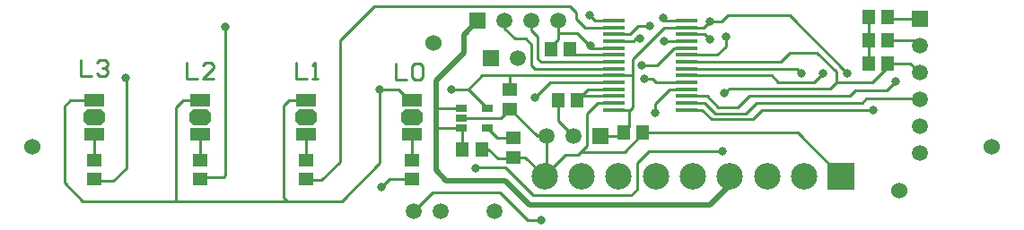
<source format=gtl>
%FSTAX24Y24*%
%MOIN*%
G70*
G01*
G75*
G04 Layer_Physical_Order=1*
G04 Layer_Color=255*
%ADD10R,0.0532X0.0472*%
%ADD11R,0.0728X0.0472*%
%ADD12R,0.0472X0.0532*%
%ADD13R,0.0807X0.0157*%
%ADD14R,0.0433X0.0256*%
%ADD15R,0.0472X0.0551*%
%ADD16R,0.0551X0.0472*%
%ADD17C,0.0100*%
%ADD18C,0.0200*%
G04:AMPARAMS|DCode=19|XSize=78.7mil|YSize=60mil|CornerRadius=0mil|HoleSize=0mil|Usage=FLASHONLY|Rotation=0.000|XOffset=0mil|YOffset=0mil|HoleType=Round|Shape=Octagon|*
%AMOCTAGOND19*
4,1,8,0.0394,-0.0150,0.0394,0.0150,0.0244,0.0300,-0.0244,0.0300,-0.0394,0.0150,-0.0394,-0.0150,-0.0244,-0.0300,0.0244,-0.0300,0.0394,-0.0150,0.0*
%
%ADD19OCTAGOND19*%

%ADD20C,0.0600*%
%ADD21R,0.0591X0.0591*%
%ADD22C,0.0591*%
%ADD23R,0.0591X0.0591*%
%ADD24C,0.0984*%
%ADD25R,0.0984X0.0984*%
%ADD26C,0.0320*%
D10*
X048563Y044104D02*
D03*
Y043395D02*
D03*
X0525Y044104D02*
D03*
Y043395D02*
D03*
X056437Y044104D02*
D03*
Y043395D02*
D03*
X060374Y044104D02*
D03*
Y043395D02*
D03*
D11*
X048563Y045082D02*
D03*
Y046341D02*
D03*
X0525Y045082D02*
D03*
Y046341D02*
D03*
X056437Y045082D02*
D03*
Y046341D02*
D03*
X060374Y045082D02*
D03*
Y046341D02*
D03*
D12*
X065807Y046348D02*
D03*
X066516D02*
D03*
X078052Y049458D02*
D03*
X077343D02*
D03*
X077343Y048592D02*
D03*
X078052D02*
D03*
D13*
X067894Y04931D02*
D03*
Y049054D02*
D03*
Y048798D02*
D03*
Y048543D02*
D03*
Y048287D02*
D03*
Y048031D02*
D03*
Y047775D02*
D03*
Y047519D02*
D03*
Y047263D02*
D03*
Y047007D02*
D03*
Y046751D02*
D03*
Y046495D02*
D03*
Y046239D02*
D03*
Y045983D02*
D03*
X070571Y04931D02*
D03*
Y049054D02*
D03*
Y048798D02*
D03*
Y048543D02*
D03*
Y048287D02*
D03*
Y048031D02*
D03*
Y047775D02*
D03*
Y047519D02*
D03*
Y047263D02*
D03*
Y047007D02*
D03*
Y046751D02*
D03*
Y046495D02*
D03*
Y046239D02*
D03*
Y045983D02*
D03*
D14*
X062225Y046044D02*
D03*
Y04567D02*
D03*
Y045296D02*
D03*
X06317D02*
D03*
Y046044D02*
D03*
D15*
X068957Y045127D02*
D03*
X068248D02*
D03*
X066244Y048244D02*
D03*
X065536D02*
D03*
X078052Y047726D02*
D03*
X077343D02*
D03*
X062965Y044517D02*
D03*
X062256D02*
D03*
D16*
X064138Y044226D02*
D03*
Y044934D02*
D03*
X064016Y046025D02*
D03*
Y046733D02*
D03*
D17*
X055817Y046341D02*
X056437D01*
X055626Y046151D02*
X055817Y046341D01*
X055626Y042698D02*
Y046151D01*
Y042698D02*
X055733Y042592D01*
X048563Y044104D02*
X048563Y044104D01*
X048563Y044104D02*
Y045082D01*
X0525Y044104D02*
X0525Y044104D01*
X0525Y044104D02*
Y045082D01*
X056437Y044104D02*
X056437Y044104D01*
X056437Y044104D02*
Y045082D01*
X060374Y044104D02*
X060374Y044104D01*
X060374Y044104D02*
Y045082D01*
X04815Y042592D02*
X051615D01*
X047469Y043273D02*
X04815Y042592D01*
X047469Y043273D02*
Y046123D01*
X047687Y046341D01*
X055733Y042592D02*
X057776D01*
X051615D02*
X055733D01*
X051615D02*
Y046068D01*
X051888Y046341D01*
X0525D01*
X047687D02*
X048563D01*
X057776Y042592D02*
X059189Y044005D01*
Y046737D01*
X048563Y043395D02*
X048615Y043344D01*
X049284D01*
X049764Y043824D01*
X049756Y047182D02*
X049764Y04719D01*
X0525Y043395D02*
X052567Y043462D01*
X053363D01*
X053433Y043533D01*
Y049088D01*
X056437Y043395D02*
X056469Y043363D01*
X05702D01*
X057713Y044056D01*
Y04856D01*
X058993Y04984D01*
X063851Y043832D02*
X06489Y042793D01*
X068508D02*
X068729Y043013D01*
X06489Y042793D02*
X068508D01*
X069174Y044446D02*
X071906D01*
X068729Y044001D02*
X069174Y044446D01*
X068729Y043013D02*
Y044001D01*
X058993Y04984D02*
X066231D01*
X063823Y049017D02*
X064198Y048642D01*
X064603D01*
X064823Y048946D02*
Y0493D01*
X063823Y049017D02*
Y0493D01*
X070571Y048798D02*
X071257D01*
X059536Y043395D02*
X060374D01*
X059259Y043118D02*
X059536Y043395D01*
X062729Y043822D02*
Y043832D01*
X062225Y045296D02*
X062256Y045265D01*
Y044517D02*
Y045265D01*
X061272Y045352D02*
X061327Y045296D01*
X062225D01*
X061272Y046037D02*
X06128Y046044D01*
X062225D01*
X064016Y047263D02*
X067894D01*
X062983D02*
X064016D01*
Y046733D02*
Y047263D01*
X063662Y04567D02*
X064016Y046025D01*
X062225Y04567D02*
X063662D01*
X06317Y045296D02*
X063532Y044934D01*
X064138D01*
X070571Y047519D02*
X074681D01*
X07485Y04735D01*
X070571Y047263D02*
X073737D01*
X078138Y049371D02*
X079233D01*
X078052Y049458D02*
X078138Y049371D01*
X079012Y048592D02*
X079233Y048371D01*
X078052Y048592D02*
X079012D01*
X078878Y047726D02*
X079233Y047371D01*
X078052Y047726D02*
X078878D01*
X077343D02*
Y049458D01*
X065807Y049285D02*
X065823Y0493D01*
X067894Y047263D02*
X068537D01*
X067894Y045983D02*
X068483D01*
X065507Y047007D02*
X067894D01*
X06495Y04645D02*
X065507Y047007D01*
X069756Y04855D02*
X070564D01*
X070571Y048543D01*
X074403Y049497D02*
X07655Y04735D01*
X065807Y045584D02*
Y046348D01*
Y045584D02*
X066382Y045009D01*
X067382D02*
X06813D01*
X068248Y045127D01*
X069951Y046751D02*
X070571D01*
X069418Y046218D02*
X069951Y046751D01*
X069443Y047007D02*
X070571D01*
X070098Y048287D02*
X070571D01*
X069754Y049054D02*
X070571D01*
X067894Y048543D02*
X068598D01*
X068785Y048085D02*
X068788D01*
X069186Y048484D01*
Y048486D01*
X069754Y049054D01*
X068484Y048798D02*
X068784Y049098D01*
X067894Y048798D02*
X068484D01*
X0693Y04715D02*
X069443Y047007D01*
X069Y04715D02*
X0693D01*
X068922Y047657D02*
X069469D01*
X070098Y048287D01*
X066231Y04984D02*
X066469Y049602D01*
X068598Y048543D02*
X068689Y048634D01*
X068867D01*
X068784Y049098D02*
X069213D01*
X070571Y048031D02*
X071728D01*
X072036Y048339D02*
Y048709D01*
X071728Y048031D02*
X072036Y048339D01*
X070571Y045983D02*
X071143D01*
X072489Y046087D02*
X072897Y046495D01*
X073385Y045983D02*
X077517D01*
X071143D02*
X071496Y04563D01*
X073032D01*
X073385Y045983D01*
X072788Y045835D02*
X073193Y046239D01*
X073737Y047263D02*
X073988Y047012D01*
X075312D01*
X07565Y04735D01*
X070571Y046495D02*
X071344D01*
X071752Y046087D01*
X072489D01*
X070571Y046239D02*
X071253D01*
X071658Y045835D01*
X072788D01*
X068587Y046087D02*
Y047887D01*
X068785Y048085D01*
X068483Y045983D02*
X068587Y046087D01*
X06846Y04596D02*
X068483Y045983D01*
X06846Y045339D02*
Y04596D01*
X068248Y045127D02*
X06846Y045339D01*
X071257Y048798D02*
X071449Y048606D01*
X072097Y049497D02*
X074403D01*
X062729Y043832D02*
X063851D01*
X069781Y04931D02*
X070571D01*
X049764Y043824D02*
Y04719D01*
X069697Y049394D02*
X069781Y04931D01*
X064016Y046025D02*
X065032Y045009D01*
X065382D01*
X062965Y044517D02*
X063224D01*
X063575Y044165D01*
X064078D01*
X064138Y044226D01*
X064583D01*
X065296Y043513D01*
X064693Y041874D02*
X06517D01*
X06365Y042917D02*
X064693Y041874D01*
X061153Y042917D02*
X06365D01*
X060449Y042214D02*
X061153Y042917D01*
X067291Y046239D02*
X067894D01*
X06689Y045839D02*
X067291Y046239D01*
X06689Y044657D02*
Y045839D01*
X066082Y044299D02*
X066532D01*
X065382Y0436D02*
Y045009D01*
X065296Y043513D02*
X065382Y0436D01*
X066082Y044299D01*
X06692Y046751D02*
X067894D01*
X066664Y046495D02*
X067894D01*
X066516Y046348D02*
X066664Y046495D01*
X06692Y046751D01*
X070571Y047775D02*
X074074D01*
X07441Y04811D01*
X075414D01*
X07613Y047394D01*
Y047004D02*
Y047394D01*
X075918Y046791D02*
X07613Y047004D01*
X07217Y046791D02*
X075918D01*
X071973Y046594D02*
X07217Y046791D01*
X073193Y046239D02*
X077106D01*
X072897Y046495D02*
X076637D01*
X076855Y046712D01*
X078012D01*
X07835Y04705D01*
X077106Y046239D02*
X07726Y046394D01*
X07921D01*
X079233Y046371D01*
X078052Y047579D02*
Y047726D01*
X077477Y047004D02*
X078052Y047579D01*
X07613Y047004D02*
X077477D01*
X072185Y043185D02*
Y043513D01*
Y043749D01*
X067174Y04931D02*
X067894D01*
X068957Y045127D02*
X074705D01*
X076319Y043513D01*
X068957Y045112D02*
Y045127D01*
X068268Y044398D02*
Y044423D01*
X068957Y045112D01*
X066532Y044299D02*
X06663Y044398D01*
X06689Y044657D01*
X06663Y044398D02*
X068268D01*
X066973Y049512D02*
X067174Y04931D01*
X065807Y048598D02*
Y048846D01*
Y049285D01*
X070571Y049054D02*
X071216D01*
X071441Y04928D01*
X071879D01*
X072097Y049497D01*
X060278Y046341D02*
X060374D01*
X059882Y046737D02*
X060278Y046341D01*
X059189Y046737D02*
X059882D01*
X064603Y048642D02*
X064819Y048426D01*
Y047657D02*
Y048426D01*
Y047657D02*
X064958Y047519D01*
X067894D01*
X064823Y048946D02*
X065048Y048722D01*
X065163Y047775D02*
X067894D01*
X065048Y04789D02*
X065163Y047775D01*
X065048Y04789D02*
Y048722D01*
X065611Y048402D02*
X065807Y048598D01*
X066364Y048125D02*
X066458Y048031D01*
X067894D01*
X065807Y048846D02*
X066528D01*
X067088Y048287D02*
X067894D01*
X066469Y049382D02*
Y049602D01*
Y049382D02*
X066796Y049054D01*
X067894D01*
X066528Y048846D02*
X067088Y048287D01*
X069418Y045886D02*
Y046218D01*
X06185Y04675D02*
X06247D01*
X062983Y047263D01*
X062467Y046747D02*
X06317Y046044D01*
X048091Y047849D02*
Y047249D01*
X048491D01*
X048691Y047749D02*
X048791Y047849D01*
X048991D01*
X049091Y047749D01*
Y047649D01*
X048991Y047549D01*
X048891D01*
X048991D01*
X049091Y047449D01*
Y047349D01*
X048991Y047249D01*
X048791D01*
X048691Y047349D01*
X052028Y047739D02*
Y047139D01*
X052428D01*
X053028D02*
X052628D01*
X053028Y047539D01*
Y047639D01*
X052928Y047739D01*
X052728D01*
X052628Y047639D01*
X056075Y047739D02*
Y047139D01*
X056475D01*
X056675D02*
X056875D01*
X056775D01*
Y047739D01*
X056675Y047639D01*
X059772Y047695D02*
Y047096D01*
X060172D01*
X060372Y047596D02*
X060472Y047695D01*
X060672D01*
X060772Y047596D01*
Y047196D01*
X060672Y047096D01*
X060472D01*
X060372Y047196D01*
Y047596D01*
D18*
X061272Y043728D02*
Y045352D01*
Y046037D01*
Y047072D01*
X0623Y0481D01*
X061272Y043728D02*
X06165Y04335D01*
X06385D01*
X06475Y04245D01*
X07145D01*
X072185Y043185D01*
X0623Y0481D02*
Y048777D01*
X062823Y0493D01*
D19*
X060374Y045711D02*
D03*
X056437D02*
D03*
X0525D02*
D03*
X048563D02*
D03*
D20*
X081914Y044623D02*
D03*
X046284D02*
D03*
X078485Y042962D02*
D03*
X061162Y048474D02*
D03*
D21*
X067382Y045009D02*
D03*
X063311Y047911D02*
D03*
X062823Y0493D02*
D03*
D22*
X066382Y045009D02*
D03*
X065382D02*
D03*
X064311Y047911D02*
D03*
X060449Y042214D02*
D03*
X061449D02*
D03*
X063449D02*
D03*
X065823Y0493D02*
D03*
X064823D02*
D03*
X063823D02*
D03*
X079233Y044371D02*
D03*
Y045371D02*
D03*
Y046371D02*
D03*
Y047371D02*
D03*
Y048371D02*
D03*
D23*
Y049371D02*
D03*
D24*
X065296Y043513D02*
D03*
X070807D02*
D03*
X066674D02*
D03*
X073563D02*
D03*
X068052D02*
D03*
X06943D02*
D03*
X072185D02*
D03*
X074941D02*
D03*
D25*
X076319D02*
D03*
D26*
X059189Y046737D02*
D03*
X049756Y047182D02*
D03*
X053433Y049088D02*
D03*
X059259Y043118D02*
D03*
X062729Y043822D02*
D03*
X071906Y044446D02*
D03*
X06185Y04675D02*
D03*
X07485Y04735D02*
D03*
X07565D02*
D03*
X077517Y045983D02*
D03*
X07835Y04705D02*
D03*
X06495Y04645D02*
D03*
X069418Y045886D02*
D03*
X07655Y04735D02*
D03*
X068922Y047657D02*
D03*
X071973Y046594D02*
D03*
X069756Y04855D02*
D03*
X068859Y048642D02*
D03*
X069213Y049098D02*
D03*
X069Y04715D02*
D03*
X071449Y048606D02*
D03*
X066973Y049512D02*
D03*
X072036Y048709D02*
D03*
X071441Y04928D02*
D03*
X069721Y049409D02*
D03*
X06517Y041874D02*
D03*
X066996Y04837D02*
D03*
M02*

</source>
